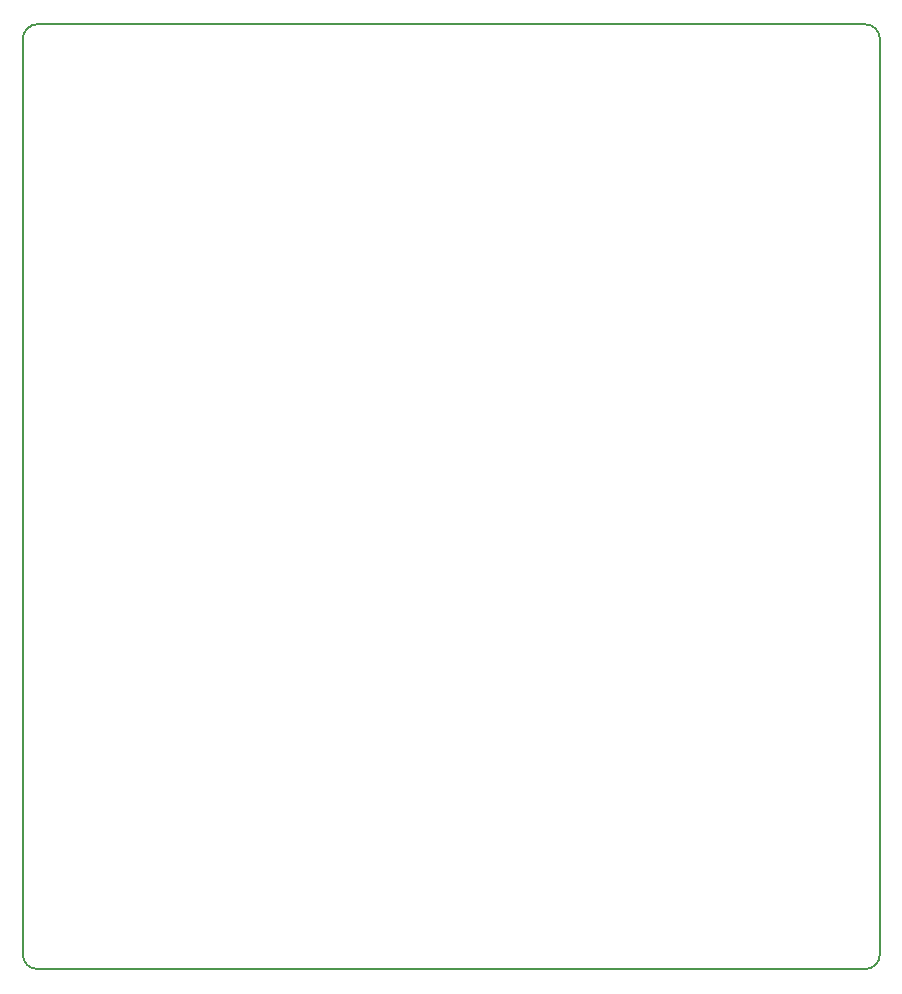
<source format=gm1>
G04 #@! TF.GenerationSoftware,KiCad,Pcbnew,8.0.3*
G04 #@! TF.CreationDate,2025-02-06T22:10:45+07:00*
G04 #@! TF.ProjectId,Digital_Multi_Pedal_v1,44696769-7461-46c5-9f4d-756c74695f50,rev?*
G04 #@! TF.SameCoordinates,Original*
G04 #@! TF.FileFunction,Profile,NP*
%FSLAX46Y46*%
G04 Gerber Fmt 4.6, Leading zero omitted, Abs format (unit mm)*
G04 Created by KiCad (PCBNEW 8.0.3) date 2025-02-06 22:10:45*
%MOMM*%
%LPD*%
G01*
G04 APERTURE LIST*
G04 #@! TA.AperFunction,Profile*
%ADD10C,0.200000*%
G04 #@! TD*
G04 APERTURE END LIST*
D10*
X108344200Y-149614000D02*
G75*
G02*
X107074200Y-148344000I0J1270000D01*
G01*
X178384200Y-149614000D02*
X108344200Y-149614000D01*
X107074200Y-70884000D02*
G75*
G02*
X108344200Y-69614000I1270000J0D01*
G01*
X178384200Y-69614000D02*
G75*
G02*
X179654200Y-70884000I0J-1270000D01*
G01*
X107074200Y-148344000D02*
X107074200Y-70884000D01*
X179654200Y-148344000D02*
G75*
G02*
X178384200Y-149614000I-1270000J0D01*
G01*
X108344200Y-69614000D02*
X178384200Y-69614000D01*
X179654200Y-70884000D02*
X179654200Y-148344000D01*
M02*

</source>
